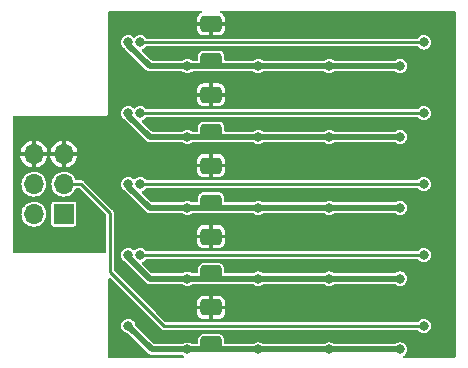
<source format=gbr>
%TF.GenerationSoftware,KiCad,Pcbnew,6.0.2-378541a8eb~116~ubuntu18.04.1*%
%TF.CreationDate,2022-03-16T16:53:27+09:00*%
%TF.ProjectId,led_a,6c65645f-612e-46b6-9963-61645f706362,rev?*%
%TF.SameCoordinates,Original*%
%TF.FileFunction,Copper,L2,Bot*%
%TF.FilePolarity,Positive*%
%FSLAX46Y46*%
G04 Gerber Fmt 4.6, Leading zero omitted, Abs format (unit mm)*
G04 Created by KiCad (PCBNEW 6.0.2-378541a8eb~116~ubuntu18.04.1) date 2022-03-16 16:53:27*
%MOMM*%
%LPD*%
G01*
G04 APERTURE LIST*
G04 Aperture macros list*
%AMRoundRect*
0 Rectangle with rounded corners*
0 $1 Rounding radius*
0 $2 $3 $4 $5 $6 $7 $8 $9 X,Y pos of 4 corners*
0 Add a 4 corners polygon primitive as box body*
4,1,4,$2,$3,$4,$5,$6,$7,$8,$9,$2,$3,0*
0 Add four circle primitives for the rounded corners*
1,1,$1+$1,$2,$3*
1,1,$1+$1,$4,$5*
1,1,$1+$1,$6,$7*
1,1,$1+$1,$8,$9*
0 Add four rect primitives between the rounded corners*
20,1,$1+$1,$2,$3,$4,$5,0*
20,1,$1+$1,$4,$5,$6,$7,0*
20,1,$1+$1,$6,$7,$8,$9,0*
20,1,$1+$1,$8,$9,$2,$3,0*%
G04 Aperture macros list end*
%TA.AperFunction,ComponentPad*%
%ADD10R,1.700000X1.700000*%
%TD*%
%TA.AperFunction,ComponentPad*%
%ADD11O,1.700000X1.700000*%
%TD*%
%TA.AperFunction,SMDPad,CuDef*%
%ADD12RoundRect,0.250000X0.650000X-0.412500X0.650000X0.412500X-0.650000X0.412500X-0.650000X-0.412500X0*%
%TD*%
%TA.AperFunction,ViaPad*%
%ADD13C,0.800000*%
%TD*%
%TA.AperFunction,Conductor*%
%ADD14C,0.500000*%
%TD*%
%TA.AperFunction,Conductor*%
%ADD15C,0.250000*%
%TD*%
G04 APERTURE END LIST*
D10*
%TO.P,J1,1,Pin_1*%
%TO.N,+5V*%
X86540000Y-57540000D03*
D11*
%TO.P,J1,2,Pin_2*%
X84000000Y-57540000D03*
%TO.P,J1,3,Pin_3*%
%TO.N,/SIG_OUT*%
X86540000Y-55000000D03*
%TO.P,J1,4,Pin_4*%
%TO.N,Net-(LD1-Pad4)*%
X84000000Y-55000000D03*
%TO.P,J1,5,Pin_5*%
%TO.N,GND*%
X86540000Y-52460000D03*
%TO.P,J1,6,Pin_6*%
X84000000Y-52460000D03*
%TD*%
D12*
%TO.P,C2,1*%
%TO.N,+5V*%
X99000000Y-50562500D03*
%TO.P,C2,2*%
%TO.N,GND*%
X99000000Y-47437500D03*
%TD*%
%TO.P,C4,1*%
%TO.N,+5V*%
X99000000Y-62562500D03*
%TO.P,C4,2*%
%TO.N,GND*%
X99000000Y-59437500D03*
%TD*%
%TO.P,C5,1*%
%TO.N,+5V*%
X99000000Y-68562500D03*
%TO.P,C5,2*%
%TO.N,GND*%
X99000000Y-65437500D03*
%TD*%
%TO.P,C3,1*%
%TO.N,+5V*%
X99000000Y-56562500D03*
%TO.P,C3,2*%
%TO.N,GND*%
X99000000Y-53437500D03*
%TD*%
%TO.P,C1,1*%
%TO.N,+5V*%
X99000000Y-44562500D03*
%TO.P,C1,2*%
%TO.N,GND*%
X99000000Y-41437500D03*
%TD*%
D13*
%TO.N,+5V*%
X97000000Y-51000000D03*
X92000000Y-49000000D03*
X103000000Y-45000000D03*
X92000000Y-61000000D03*
X103000000Y-51000000D03*
X109000000Y-57000000D03*
X97000000Y-45000000D03*
X115000000Y-51000000D03*
X97000000Y-69000000D03*
X109000000Y-63000000D03*
X97000000Y-57000000D03*
X92000000Y-67000000D03*
X103000000Y-57000000D03*
X115000000Y-45000000D03*
X115000000Y-57000000D03*
X92000000Y-43000000D03*
X109000000Y-69000000D03*
X109000000Y-51000000D03*
X109000000Y-45000000D03*
X115000000Y-69000000D03*
X103000000Y-69000000D03*
X92000000Y-55000000D03*
X97000000Y-63000000D03*
X103000000Y-63000000D03*
X115000000Y-63000000D03*
%TO.N,GND*%
X101000000Y-41000000D03*
X101000000Y-65000000D03*
X107000000Y-65000000D03*
X107000000Y-59000000D03*
X95000000Y-59000000D03*
X113000000Y-65000000D03*
X101000000Y-59000000D03*
X119000000Y-47000000D03*
X113000000Y-47000000D03*
X95000000Y-41000000D03*
X113000000Y-59000000D03*
X95000000Y-47000000D03*
X119000000Y-53000000D03*
X119000000Y-41000000D03*
X119000000Y-59000000D03*
X113000000Y-41000000D03*
X107000000Y-53000000D03*
X107000000Y-47000000D03*
X95000000Y-53000000D03*
X107000000Y-41000000D03*
X101000000Y-53000000D03*
X119000000Y-65000000D03*
X113000000Y-53000000D03*
X101000000Y-47000000D03*
%TO.N,/SIG1*%
X117000000Y-43000000D03*
X93000000Y-43000000D03*
%TO.N,/SIG2*%
X117000000Y-49000000D03*
X93000000Y-49000000D03*
%TO.N,/SIG3*%
X117000000Y-55000000D03*
X93000000Y-55000000D03*
%TO.N,/SIG4*%
X93000000Y-61000000D03*
X117000000Y-61000000D03*
%TO.N,/SIG_OUT*%
X117000000Y-67000000D03*
%TD*%
D14*
%TO.N,+5V*%
X93798609Y-45000000D02*
X97000000Y-45000000D01*
X92000000Y-61201391D02*
X92000000Y-61000000D01*
X92000000Y-49201391D02*
X92000000Y-49000000D01*
X93798609Y-63000000D02*
X92000000Y-61201391D01*
X115000000Y-69000000D02*
X94000000Y-69000000D01*
X93798609Y-57000000D02*
X92000000Y-55201391D01*
X115000000Y-51000000D02*
X93798609Y-51000000D01*
X92000000Y-43000000D02*
X92000000Y-43201391D01*
X92000000Y-43201391D02*
X93798609Y-45000000D01*
X93798609Y-51000000D02*
X92000000Y-49201391D01*
X97000000Y-45000000D02*
X115000000Y-45000000D01*
X115000000Y-63000000D02*
X93798609Y-63000000D01*
X92000000Y-55201391D02*
X92000000Y-55000000D01*
X115000000Y-57000000D02*
X93798609Y-57000000D01*
X94000000Y-69000000D02*
X92000000Y-67000000D01*
D15*
%TO.N,/SIG1*%
X117000000Y-43000000D02*
X93000000Y-43000000D01*
%TO.N,/SIG2*%
X117000000Y-49000000D02*
X93000000Y-49000000D01*
%TO.N,/SIG3*%
X117000000Y-55000000D02*
X93000000Y-55000000D01*
%TO.N,/SIG4*%
X117000000Y-61000000D02*
X93000000Y-61000000D01*
%TO.N,/SIG_OUT*%
X90425480Y-57440480D02*
X87985000Y-55000000D01*
X117000000Y-67000000D02*
X95000000Y-67000000D01*
X90425480Y-62425480D02*
X90425480Y-57440480D01*
X95000000Y-67000000D02*
X90425480Y-62425480D01*
X87985000Y-55000000D02*
X86540000Y-55000000D01*
%TD*%
%TA.AperFunction,Conductor*%
%TO.N,GND*%
G36*
X98226201Y-40318907D02*
G01*
X98262165Y-40368407D01*
X98262165Y-40429593D01*
X98226201Y-40479093D01*
X98204454Y-40491048D01*
X98083740Y-40538842D01*
X98072087Y-40545408D01*
X97962814Y-40628352D01*
X97953352Y-40637814D01*
X97870408Y-40747087D01*
X97863842Y-40758740D01*
X97813195Y-40886660D01*
X97810090Y-40898887D01*
X97800359Y-40979301D01*
X97800000Y-40985257D01*
X97800000Y-41271820D01*
X97804122Y-41284505D01*
X97808243Y-41287500D01*
X100184320Y-41287500D01*
X100197005Y-41283378D01*
X100200000Y-41279257D01*
X100200000Y-40985257D01*
X100199641Y-40979301D01*
X100189910Y-40898887D01*
X100186805Y-40886660D01*
X100136158Y-40758740D01*
X100129592Y-40747087D01*
X100046648Y-40637814D01*
X100037186Y-40628352D01*
X99927913Y-40545408D01*
X99916260Y-40538842D01*
X99795546Y-40491048D01*
X99748401Y-40452047D01*
X99733185Y-40392784D01*
X99755709Y-40335895D01*
X99807370Y-40303110D01*
X99831990Y-40300000D01*
X119601000Y-40300000D01*
X119659191Y-40318907D01*
X119695155Y-40368407D01*
X119700000Y-40399000D01*
X119700000Y-69601000D01*
X119681093Y-69659191D01*
X119631593Y-69695155D01*
X119601000Y-69700000D01*
X115365816Y-69700000D01*
X115307625Y-69681093D01*
X115271661Y-69631593D01*
X115271661Y-69570407D01*
X115305549Y-69522458D01*
X115398548Y-69451098D01*
X115428282Y-69428282D01*
X115524536Y-69302841D01*
X115585044Y-69156762D01*
X115605682Y-69000000D01*
X115585044Y-68843238D01*
X115524536Y-68697159D01*
X115428282Y-68571718D01*
X115302841Y-68475464D01*
X115156762Y-68414956D01*
X115000000Y-68394318D01*
X114843238Y-68414956D01*
X114697159Y-68475464D01*
X114692010Y-68479415D01*
X114627334Y-68529042D01*
X114567067Y-68549500D01*
X109432933Y-68549500D01*
X109372666Y-68529042D01*
X109307990Y-68479415D01*
X109302841Y-68475464D01*
X109156762Y-68414956D01*
X109000000Y-68394318D01*
X108843238Y-68414956D01*
X108697159Y-68475464D01*
X108692010Y-68479415D01*
X108627334Y-68529042D01*
X108567067Y-68549500D01*
X103432933Y-68549500D01*
X103372666Y-68529042D01*
X103307990Y-68479415D01*
X103302841Y-68475464D01*
X103156762Y-68414956D01*
X103000000Y-68394318D01*
X102843238Y-68414956D01*
X102697159Y-68475464D01*
X102692010Y-68479415D01*
X102627334Y-68529042D01*
X102567067Y-68549500D01*
X100199500Y-68549500D01*
X100141309Y-68530593D01*
X100105345Y-68481093D01*
X100100500Y-68450500D01*
X100100500Y-68096166D01*
X100097519Y-68064631D01*
X100052634Y-67936816D01*
X99972150Y-67827850D01*
X99863184Y-67747366D01*
X99735369Y-67702481D01*
X99729362Y-67701913D01*
X99729361Y-67701913D01*
X99706145Y-67699718D01*
X99706135Y-67699718D01*
X99703834Y-67699500D01*
X98296166Y-67699500D01*
X98293865Y-67699718D01*
X98293855Y-67699718D01*
X98270639Y-67701913D01*
X98270638Y-67701913D01*
X98264631Y-67702481D01*
X98136816Y-67747366D01*
X98027850Y-67827850D01*
X97947366Y-67936816D01*
X97902481Y-68064631D01*
X97899500Y-68096166D01*
X97899500Y-68450500D01*
X97880593Y-68508691D01*
X97831093Y-68544655D01*
X97800500Y-68549500D01*
X97432933Y-68549500D01*
X97372666Y-68529042D01*
X97307990Y-68479415D01*
X97302841Y-68475464D01*
X97156762Y-68414956D01*
X97000000Y-68394318D01*
X96843238Y-68414956D01*
X96697159Y-68475464D01*
X96692010Y-68479415D01*
X96627334Y-68529042D01*
X96567067Y-68549500D01*
X94227611Y-68549500D01*
X94169420Y-68530593D01*
X94157607Y-68520504D01*
X92624680Y-66987577D01*
X92596531Y-66930494D01*
X92585891Y-66849675D01*
X92585891Y-66849674D01*
X92585044Y-66843238D01*
X92524536Y-66697159D01*
X92428282Y-66571718D01*
X92302841Y-66475464D01*
X92156762Y-66414956D01*
X92020410Y-66397005D01*
X92006434Y-66395165D01*
X92000000Y-66394318D01*
X91993566Y-66395165D01*
X91979590Y-66397005D01*
X91843238Y-66414956D01*
X91697159Y-66475464D01*
X91571718Y-66571718D01*
X91475464Y-66697159D01*
X91414956Y-66843238D01*
X91414109Y-66849674D01*
X91395954Y-66987577D01*
X91394318Y-67000000D01*
X91414956Y-67156762D01*
X91475464Y-67302841D01*
X91571718Y-67428282D01*
X91697159Y-67524536D01*
X91843238Y-67585044D01*
X91930495Y-67596531D01*
X91987577Y-67624680D01*
X93658381Y-69295484D01*
X93666122Y-69304196D01*
X93688128Y-69332110D01*
X93694215Y-69336317D01*
X93736741Y-69365708D01*
X93739272Y-69367517D01*
X93780861Y-69398236D01*
X93780863Y-69398237D01*
X93786816Y-69402634D01*
X93793632Y-69405027D01*
X93799569Y-69409131D01*
X93806628Y-69411364D01*
X93806629Y-69411364D01*
X93826973Y-69417798D01*
X93855929Y-69426956D01*
X93858814Y-69427918D01*
X93914631Y-69447519D01*
X93920673Y-69447756D01*
X93923347Y-69448277D01*
X93928730Y-69449980D01*
X93935337Y-69450500D01*
X93988541Y-69450500D01*
X93992428Y-69450576D01*
X94042603Y-69452548D01*
X94042606Y-69452548D01*
X94049994Y-69452838D01*
X94056772Y-69451041D01*
X94066597Y-69450500D01*
X96567067Y-69450500D01*
X96627334Y-69470958D01*
X96694451Y-69522458D01*
X96729107Y-69572882D01*
X96727506Y-69634046D01*
X96690259Y-69682588D01*
X96634184Y-69700000D01*
X90399000Y-69700000D01*
X90340809Y-69681093D01*
X90304845Y-69631593D01*
X90300000Y-69601000D01*
X90300000Y-62999334D01*
X90318907Y-62941143D01*
X90368407Y-62905179D01*
X90429593Y-62905179D01*
X90469004Y-62929330D01*
X94756735Y-67217061D01*
X94762571Y-67223430D01*
X94787545Y-67253194D01*
X94821219Y-67272636D01*
X94828475Y-67277259D01*
X94860316Y-67299554D01*
X94868678Y-67301795D01*
X94873960Y-67304258D01*
X94879454Y-67306257D01*
X94886955Y-67310588D01*
X94925228Y-67317337D01*
X94933656Y-67319206D01*
X94962827Y-67327022D01*
X94962830Y-67327022D01*
X94971193Y-67329263D01*
X95009896Y-67325877D01*
X95018525Y-67325500D01*
X116444030Y-67325500D01*
X116502221Y-67344407D01*
X116522571Y-67364232D01*
X116571718Y-67428282D01*
X116697159Y-67524536D01*
X116843238Y-67585044D01*
X117000000Y-67605682D01*
X117156762Y-67585044D01*
X117302841Y-67524536D01*
X117428282Y-67428282D01*
X117524536Y-67302841D01*
X117585044Y-67156762D01*
X117605682Y-67000000D01*
X117604047Y-66987577D01*
X117585891Y-66849674D01*
X117585044Y-66843238D01*
X117524536Y-66697159D01*
X117428282Y-66571718D01*
X117302841Y-66475464D01*
X117156762Y-66414956D01*
X117020410Y-66397005D01*
X117006434Y-66395165D01*
X117000000Y-66394318D01*
X116993566Y-66395165D01*
X116979590Y-66397005D01*
X116843238Y-66414956D01*
X116697159Y-66475464D01*
X116571718Y-66571718D01*
X116567764Y-66576871D01*
X116522572Y-66635767D01*
X116472148Y-66670423D01*
X116444030Y-66674500D01*
X95175835Y-66674500D01*
X95117644Y-66655593D01*
X95105831Y-66645504D01*
X94350070Y-65889743D01*
X97800000Y-65889743D01*
X97800359Y-65895699D01*
X97810090Y-65976113D01*
X97813195Y-65988340D01*
X97863842Y-66116260D01*
X97870408Y-66127913D01*
X97953352Y-66237186D01*
X97962814Y-66246648D01*
X98072087Y-66329592D01*
X98083740Y-66336158D01*
X98211660Y-66386805D01*
X98223887Y-66389910D01*
X98304301Y-66399641D01*
X98310257Y-66400000D01*
X98834320Y-66400000D01*
X98847005Y-66395878D01*
X98850000Y-66391757D01*
X98850000Y-66384320D01*
X99150000Y-66384320D01*
X99154122Y-66397005D01*
X99158243Y-66400000D01*
X99689743Y-66400000D01*
X99695699Y-66399641D01*
X99776113Y-66389910D01*
X99788340Y-66386805D01*
X99916260Y-66336158D01*
X99927913Y-66329592D01*
X100037186Y-66246648D01*
X100046648Y-66237186D01*
X100129592Y-66127913D01*
X100136158Y-66116260D01*
X100186805Y-65988340D01*
X100189910Y-65976113D01*
X100199641Y-65895699D01*
X100200000Y-65889743D01*
X100200000Y-65603180D01*
X100195878Y-65590495D01*
X100191757Y-65587500D01*
X99165680Y-65587500D01*
X99152995Y-65591622D01*
X99150000Y-65595743D01*
X99150000Y-66384320D01*
X98850000Y-66384320D01*
X98850000Y-65603180D01*
X98845878Y-65590495D01*
X98841757Y-65587500D01*
X97815680Y-65587500D01*
X97802995Y-65591622D01*
X97800000Y-65595743D01*
X97800000Y-65889743D01*
X94350070Y-65889743D01*
X93732147Y-65271820D01*
X97800000Y-65271820D01*
X97804122Y-65284505D01*
X97808243Y-65287500D01*
X98834320Y-65287500D01*
X98847005Y-65283378D01*
X98850000Y-65279257D01*
X98850000Y-65271820D01*
X99150000Y-65271820D01*
X99154122Y-65284505D01*
X99158243Y-65287500D01*
X100184320Y-65287500D01*
X100197005Y-65283378D01*
X100200000Y-65279257D01*
X100200000Y-64985257D01*
X100199641Y-64979301D01*
X100189910Y-64898887D01*
X100186805Y-64886660D01*
X100136158Y-64758740D01*
X100129592Y-64747087D01*
X100046648Y-64637814D01*
X100037186Y-64628352D01*
X99927913Y-64545408D01*
X99916260Y-64538842D01*
X99788340Y-64488195D01*
X99776113Y-64485090D01*
X99695699Y-64475359D01*
X99689743Y-64475000D01*
X99165680Y-64475000D01*
X99152995Y-64479122D01*
X99150000Y-64483243D01*
X99150000Y-65271820D01*
X98850000Y-65271820D01*
X98850000Y-64490680D01*
X98845878Y-64477995D01*
X98841757Y-64475000D01*
X98310257Y-64475000D01*
X98304301Y-64475359D01*
X98223887Y-64485090D01*
X98211660Y-64488195D01*
X98083740Y-64538842D01*
X98072087Y-64545408D01*
X97962814Y-64628352D01*
X97953352Y-64637814D01*
X97870408Y-64747087D01*
X97863842Y-64758740D01*
X97813195Y-64886660D01*
X97810090Y-64898887D01*
X97800359Y-64979301D01*
X97800000Y-64985257D01*
X97800000Y-65271820D01*
X93732147Y-65271820D01*
X90779976Y-62319650D01*
X90752199Y-62265133D01*
X90750980Y-62249646D01*
X90750980Y-61000000D01*
X91394318Y-61000000D01*
X91414956Y-61156762D01*
X91475464Y-61302841D01*
X91571718Y-61428282D01*
X91576871Y-61432236D01*
X91644227Y-61483920D01*
X91653964Y-61492458D01*
X91673357Y-61511851D01*
X91676051Y-61514654D01*
X91710124Y-61551515D01*
X91710127Y-61551517D01*
X91715146Y-61556947D01*
X91721210Y-61560469D01*
X91728535Y-61567029D01*
X93456990Y-63295484D01*
X93464731Y-63304196D01*
X93486737Y-63332110D01*
X93492824Y-63336317D01*
X93535350Y-63365708D01*
X93537881Y-63367517D01*
X93579470Y-63398236D01*
X93579472Y-63398237D01*
X93585425Y-63402634D01*
X93592241Y-63405027D01*
X93598178Y-63409131D01*
X93605237Y-63411364D01*
X93605238Y-63411364D01*
X93625582Y-63417798D01*
X93654538Y-63426956D01*
X93657423Y-63427918D01*
X93713240Y-63447519D01*
X93719282Y-63447756D01*
X93721956Y-63448277D01*
X93727339Y-63449980D01*
X93733946Y-63450500D01*
X93787150Y-63450500D01*
X93791037Y-63450576D01*
X93848603Y-63452838D01*
X93855382Y-63451041D01*
X93865202Y-63450500D01*
X96567067Y-63450500D01*
X96627335Y-63470958D01*
X96697159Y-63524536D01*
X96843238Y-63585044D01*
X97000000Y-63605682D01*
X97156762Y-63585044D01*
X97302841Y-63524536D01*
X97372665Y-63470958D01*
X97432933Y-63450500D01*
X102567067Y-63450500D01*
X102627335Y-63470958D01*
X102697159Y-63524536D01*
X102843238Y-63585044D01*
X103000000Y-63605682D01*
X103156762Y-63585044D01*
X103302841Y-63524536D01*
X103372665Y-63470958D01*
X103432933Y-63450500D01*
X108567067Y-63450500D01*
X108627335Y-63470958D01*
X108697159Y-63524536D01*
X108843238Y-63585044D01*
X109000000Y-63605682D01*
X109156762Y-63585044D01*
X109302841Y-63524536D01*
X109372665Y-63470958D01*
X109432933Y-63450500D01*
X114567067Y-63450500D01*
X114627335Y-63470958D01*
X114697159Y-63524536D01*
X114843238Y-63585044D01*
X115000000Y-63605682D01*
X115156762Y-63585044D01*
X115302841Y-63524536D01*
X115428282Y-63428282D01*
X115524536Y-63302841D01*
X115585044Y-63156762D01*
X115605682Y-63000000D01*
X115585044Y-62843238D01*
X115524536Y-62697159D01*
X115428282Y-62571718D01*
X115302841Y-62475464D01*
X115156762Y-62414956D01*
X115000000Y-62394318D01*
X114843238Y-62414956D01*
X114697159Y-62475464D01*
X114692010Y-62479415D01*
X114627334Y-62529042D01*
X114567067Y-62549500D01*
X109432933Y-62549500D01*
X109372666Y-62529042D01*
X109307990Y-62479415D01*
X109302841Y-62475464D01*
X109156762Y-62414956D01*
X109000000Y-62394318D01*
X108843238Y-62414956D01*
X108697159Y-62475464D01*
X108692010Y-62479415D01*
X108627334Y-62529042D01*
X108567067Y-62549500D01*
X103432933Y-62549500D01*
X103372666Y-62529042D01*
X103307990Y-62479415D01*
X103302841Y-62475464D01*
X103156762Y-62414956D01*
X103000000Y-62394318D01*
X102843238Y-62414956D01*
X102697159Y-62475464D01*
X102692010Y-62479415D01*
X102627334Y-62529042D01*
X102567067Y-62549500D01*
X100199500Y-62549500D01*
X100141309Y-62530593D01*
X100105345Y-62481093D01*
X100100500Y-62450500D01*
X100100500Y-62096166D01*
X100097519Y-62064631D01*
X100052634Y-61936816D01*
X99972150Y-61827850D01*
X99863184Y-61747366D01*
X99735369Y-61702481D01*
X99729362Y-61701913D01*
X99729361Y-61701913D01*
X99706145Y-61699718D01*
X99706135Y-61699718D01*
X99703834Y-61699500D01*
X98296166Y-61699500D01*
X98293865Y-61699718D01*
X98293855Y-61699718D01*
X98270639Y-61701913D01*
X98270638Y-61701913D01*
X98264631Y-61702481D01*
X98136816Y-61747366D01*
X98027850Y-61827850D01*
X97947366Y-61936816D01*
X97902481Y-62064631D01*
X97899500Y-62096166D01*
X97899500Y-62450500D01*
X97880593Y-62508691D01*
X97831093Y-62544655D01*
X97800500Y-62549500D01*
X97432933Y-62549500D01*
X97372666Y-62529042D01*
X97307990Y-62479415D01*
X97302841Y-62475464D01*
X97156762Y-62414956D01*
X97000000Y-62394318D01*
X96843238Y-62414956D01*
X96697159Y-62475464D01*
X96692010Y-62479415D01*
X96627334Y-62529042D01*
X96567067Y-62549500D01*
X94026220Y-62549500D01*
X93968029Y-62530593D01*
X93956216Y-62520504D01*
X93165359Y-61729647D01*
X93137582Y-61675130D01*
X93147153Y-61614698D01*
X93190418Y-61571433D01*
X93197471Y-61568182D01*
X93302841Y-61524536D01*
X93428282Y-61428282D01*
X93477429Y-61364233D01*
X93527852Y-61329577D01*
X93555970Y-61325500D01*
X116444030Y-61325500D01*
X116502221Y-61344407D01*
X116522571Y-61364232D01*
X116571718Y-61428282D01*
X116697159Y-61524536D01*
X116843238Y-61585044D01*
X117000000Y-61605682D01*
X117156762Y-61585044D01*
X117302841Y-61524536D01*
X117428282Y-61428282D01*
X117524536Y-61302841D01*
X117585044Y-61156762D01*
X117605682Y-61000000D01*
X117585044Y-60843238D01*
X117524536Y-60697159D01*
X117428282Y-60571718D01*
X117302841Y-60475464D01*
X117156762Y-60414956D01*
X117020410Y-60397005D01*
X117006434Y-60395165D01*
X117000000Y-60394318D01*
X116993566Y-60395165D01*
X116979590Y-60397005D01*
X116843238Y-60414956D01*
X116697159Y-60475464D01*
X116571718Y-60571718D01*
X116567764Y-60576871D01*
X116522572Y-60635767D01*
X116472148Y-60670423D01*
X116444030Y-60674500D01*
X93555970Y-60674500D01*
X93497779Y-60655593D01*
X93477428Y-60635767D01*
X93432236Y-60576871D01*
X93428282Y-60571718D01*
X93302841Y-60475464D01*
X93156762Y-60414956D01*
X93020410Y-60397005D01*
X93006434Y-60395165D01*
X93000000Y-60394318D01*
X92993566Y-60395165D01*
X92979590Y-60397005D01*
X92843238Y-60414956D01*
X92697159Y-60475464D01*
X92571718Y-60571718D01*
X92569148Y-60575067D01*
X92515487Y-60602408D01*
X92455055Y-60592837D01*
X92431174Y-60575487D01*
X92428282Y-60571718D01*
X92302841Y-60475464D01*
X92156762Y-60414956D01*
X92020410Y-60397005D01*
X92006434Y-60395165D01*
X92000000Y-60394318D01*
X91993566Y-60395165D01*
X91979590Y-60397005D01*
X91843238Y-60414956D01*
X91697159Y-60475464D01*
X91571718Y-60571718D01*
X91475464Y-60697159D01*
X91414956Y-60843238D01*
X91394318Y-61000000D01*
X90750980Y-61000000D01*
X90750980Y-59889743D01*
X97800000Y-59889743D01*
X97800359Y-59895699D01*
X97810090Y-59976113D01*
X97813195Y-59988340D01*
X97863842Y-60116260D01*
X97870408Y-60127913D01*
X97953352Y-60237186D01*
X97962814Y-60246648D01*
X98072087Y-60329592D01*
X98083740Y-60336158D01*
X98211660Y-60386805D01*
X98223887Y-60389910D01*
X98304301Y-60399641D01*
X98310257Y-60400000D01*
X98834320Y-60400000D01*
X98847005Y-60395878D01*
X98850000Y-60391757D01*
X98850000Y-60384320D01*
X99150000Y-60384320D01*
X99154122Y-60397005D01*
X99158243Y-60400000D01*
X99689743Y-60400000D01*
X99695699Y-60399641D01*
X99776113Y-60389910D01*
X99788340Y-60386805D01*
X99916260Y-60336158D01*
X99927913Y-60329592D01*
X100037186Y-60246648D01*
X100046648Y-60237186D01*
X100129592Y-60127913D01*
X100136158Y-60116260D01*
X100186805Y-59988340D01*
X100189910Y-59976113D01*
X100199641Y-59895699D01*
X100200000Y-59889743D01*
X100200000Y-59603180D01*
X100195878Y-59590495D01*
X100191757Y-59587500D01*
X99165680Y-59587500D01*
X99152995Y-59591622D01*
X99150000Y-59595743D01*
X99150000Y-60384320D01*
X98850000Y-60384320D01*
X98850000Y-59603180D01*
X98845878Y-59590495D01*
X98841757Y-59587500D01*
X97815680Y-59587500D01*
X97802995Y-59591622D01*
X97800000Y-59595743D01*
X97800000Y-59889743D01*
X90750980Y-59889743D01*
X90750980Y-59271820D01*
X97800000Y-59271820D01*
X97804122Y-59284505D01*
X97808243Y-59287500D01*
X98834320Y-59287500D01*
X98847005Y-59283378D01*
X98850000Y-59279257D01*
X98850000Y-59271820D01*
X99150000Y-59271820D01*
X99154122Y-59284505D01*
X99158243Y-59287500D01*
X100184320Y-59287500D01*
X100197005Y-59283378D01*
X100200000Y-59279257D01*
X100200000Y-58985257D01*
X100199641Y-58979301D01*
X100189910Y-58898887D01*
X100186805Y-58886660D01*
X100136158Y-58758740D01*
X100129592Y-58747087D01*
X100046648Y-58637814D01*
X100037186Y-58628352D01*
X99927913Y-58545408D01*
X99916260Y-58538842D01*
X99788340Y-58488195D01*
X99776113Y-58485090D01*
X99695699Y-58475359D01*
X99689743Y-58475000D01*
X99165680Y-58475000D01*
X99152995Y-58479122D01*
X99150000Y-58483243D01*
X99150000Y-59271820D01*
X98850000Y-59271820D01*
X98850000Y-58490680D01*
X98845878Y-58477995D01*
X98841757Y-58475000D01*
X98310257Y-58475000D01*
X98304301Y-58475359D01*
X98223887Y-58485090D01*
X98211660Y-58488195D01*
X98083740Y-58538842D01*
X98072087Y-58545408D01*
X97962814Y-58628352D01*
X97953352Y-58637814D01*
X97870408Y-58747087D01*
X97863842Y-58758740D01*
X97813195Y-58886660D01*
X97810090Y-58898887D01*
X97800359Y-58979301D01*
X97800000Y-58985257D01*
X97800000Y-59271820D01*
X90750980Y-59271820D01*
X90750980Y-57459014D01*
X90751357Y-57450385D01*
X90753989Y-57420302D01*
X90754744Y-57411673D01*
X90744684Y-57374130D01*
X90742814Y-57365696D01*
X90737572Y-57335963D01*
X90737571Y-57335961D01*
X90736068Y-57327435D01*
X90731738Y-57319936D01*
X90729742Y-57314451D01*
X90727276Y-57309164D01*
X90725034Y-57300796D01*
X90702748Y-57268969D01*
X90698107Y-57261685D01*
X90683003Y-57235524D01*
X90678674Y-57228025D01*
X90648909Y-57203049D01*
X90642541Y-57197215D01*
X88445326Y-55000000D01*
X91394318Y-55000000D01*
X91414956Y-55156762D01*
X91475464Y-55302841D01*
X91571718Y-55428282D01*
X91576871Y-55432236D01*
X91644227Y-55483920D01*
X91653964Y-55492458D01*
X91673357Y-55511851D01*
X91676051Y-55514654D01*
X91710124Y-55551515D01*
X91710127Y-55551517D01*
X91715146Y-55556947D01*
X91721210Y-55560469D01*
X91728535Y-55567029D01*
X93456990Y-57295484D01*
X93464731Y-57304196D01*
X93486737Y-57332110D01*
X93535333Y-57365696D01*
X93535350Y-57365708D01*
X93537881Y-57367517D01*
X93579470Y-57398236D01*
X93579472Y-57398237D01*
X93585425Y-57402634D01*
X93592241Y-57405027D01*
X93598178Y-57409131D01*
X93605237Y-57411364D01*
X93605238Y-57411364D01*
X93625582Y-57417798D01*
X93654538Y-57426956D01*
X93657423Y-57427918D01*
X93713240Y-57447519D01*
X93719282Y-57447756D01*
X93721956Y-57448277D01*
X93727339Y-57449980D01*
X93733946Y-57450500D01*
X93787150Y-57450500D01*
X93791037Y-57450576D01*
X93848603Y-57452838D01*
X93855382Y-57451041D01*
X93865202Y-57450500D01*
X96567067Y-57450500D01*
X96627335Y-57470958D01*
X96697159Y-57524536D01*
X96843238Y-57585044D01*
X97000000Y-57605682D01*
X97156762Y-57585044D01*
X97302841Y-57524536D01*
X97372665Y-57470958D01*
X97432933Y-57450500D01*
X102567067Y-57450500D01*
X102627335Y-57470958D01*
X102697159Y-57524536D01*
X102843238Y-57585044D01*
X103000000Y-57605682D01*
X103156762Y-57585044D01*
X103302841Y-57524536D01*
X103372665Y-57470958D01*
X103432933Y-57450500D01*
X108567067Y-57450500D01*
X108627335Y-57470958D01*
X108697159Y-57524536D01*
X108843238Y-57585044D01*
X109000000Y-57605682D01*
X109156762Y-57585044D01*
X109302841Y-57524536D01*
X109372665Y-57470958D01*
X109432933Y-57450500D01*
X114567067Y-57450500D01*
X114627335Y-57470958D01*
X114697159Y-57524536D01*
X114843238Y-57585044D01*
X115000000Y-57605682D01*
X115156762Y-57585044D01*
X115302841Y-57524536D01*
X115428282Y-57428282D01*
X115524536Y-57302841D01*
X115585044Y-57156762D01*
X115605682Y-57000000D01*
X115585044Y-56843238D01*
X115524536Y-56697159D01*
X115428282Y-56571718D01*
X115302841Y-56475464D01*
X115156762Y-56414956D01*
X115000000Y-56394318D01*
X114843238Y-56414956D01*
X114697159Y-56475464D01*
X114692010Y-56479415D01*
X114627334Y-56529042D01*
X114567067Y-56549500D01*
X109432933Y-56549500D01*
X109372666Y-56529042D01*
X109307990Y-56479415D01*
X109302841Y-56475464D01*
X109156762Y-56414956D01*
X109000000Y-56394318D01*
X108843238Y-56414956D01*
X108697159Y-56475464D01*
X108692010Y-56479415D01*
X108627334Y-56529042D01*
X108567067Y-56549500D01*
X103432933Y-56549500D01*
X103372666Y-56529042D01*
X103307990Y-56479415D01*
X103302841Y-56475464D01*
X103156762Y-56414956D01*
X103000000Y-56394318D01*
X102843238Y-56414956D01*
X102697159Y-56475464D01*
X102692010Y-56479415D01*
X102627334Y-56529042D01*
X102567067Y-56549500D01*
X100199500Y-56549500D01*
X100141309Y-56530593D01*
X100105345Y-56481093D01*
X100100500Y-56450500D01*
X100100500Y-56096166D01*
X100097519Y-56064631D01*
X100052634Y-55936816D01*
X100000913Y-55866791D01*
X99976550Y-55833807D01*
X99972150Y-55827850D01*
X99863184Y-55747366D01*
X99735369Y-55702481D01*
X99729362Y-55701913D01*
X99729361Y-55701913D01*
X99706145Y-55699718D01*
X99706135Y-55699718D01*
X99703834Y-55699500D01*
X98296166Y-55699500D01*
X98293865Y-55699718D01*
X98293855Y-55699718D01*
X98270639Y-55701913D01*
X98270638Y-55701913D01*
X98264631Y-55702481D01*
X98136816Y-55747366D01*
X98027850Y-55827850D01*
X98023450Y-55833807D01*
X97999088Y-55866791D01*
X97947366Y-55936816D01*
X97902481Y-56064631D01*
X97899500Y-56096166D01*
X97899500Y-56450500D01*
X97880593Y-56508691D01*
X97831093Y-56544655D01*
X97800500Y-56549500D01*
X97432933Y-56549500D01*
X97372666Y-56529042D01*
X97307990Y-56479415D01*
X97302841Y-56475464D01*
X97156762Y-56414956D01*
X97000000Y-56394318D01*
X96843238Y-56414956D01*
X96697159Y-56475464D01*
X96692010Y-56479415D01*
X96627334Y-56529042D01*
X96567067Y-56549500D01*
X94026220Y-56549500D01*
X93968029Y-56530593D01*
X93956216Y-56520504D01*
X93165359Y-55729647D01*
X93137582Y-55675130D01*
X93147153Y-55614698D01*
X93190418Y-55571433D01*
X93197471Y-55568182D01*
X93302841Y-55524536D01*
X93428282Y-55428282D01*
X93477429Y-55364233D01*
X93527852Y-55329577D01*
X93555970Y-55325500D01*
X116444030Y-55325500D01*
X116502221Y-55344407D01*
X116522571Y-55364232D01*
X116571718Y-55428282D01*
X116697159Y-55524536D01*
X116843238Y-55585044D01*
X117000000Y-55605682D01*
X117156762Y-55585044D01*
X117302841Y-55524536D01*
X117428282Y-55428282D01*
X117524536Y-55302841D01*
X117585044Y-55156762D01*
X117605682Y-55000000D01*
X117585044Y-54843238D01*
X117524536Y-54697159D01*
X117428282Y-54571718D01*
X117302841Y-54475464D01*
X117185046Y-54426671D01*
X117162759Y-54417440D01*
X117156762Y-54414956D01*
X117020410Y-54397005D01*
X117006434Y-54395165D01*
X117000000Y-54394318D01*
X116993566Y-54395165D01*
X116979590Y-54397005D01*
X116843238Y-54414956D01*
X116837241Y-54417440D01*
X116814954Y-54426671D01*
X116697159Y-54475464D01*
X116571718Y-54571718D01*
X116544754Y-54606859D01*
X116522572Y-54635767D01*
X116472148Y-54670423D01*
X116444030Y-54674500D01*
X93555970Y-54674500D01*
X93497779Y-54655593D01*
X93477428Y-54635767D01*
X93455247Y-54606859D01*
X93428282Y-54571718D01*
X93302841Y-54475464D01*
X93185046Y-54426671D01*
X93162759Y-54417440D01*
X93156762Y-54414956D01*
X93020410Y-54397005D01*
X93006434Y-54395165D01*
X93000000Y-54394318D01*
X92993566Y-54395165D01*
X92979590Y-54397005D01*
X92843238Y-54414956D01*
X92837241Y-54417440D01*
X92814954Y-54426671D01*
X92697159Y-54475464D01*
X92571718Y-54571718D01*
X92569148Y-54575067D01*
X92515487Y-54602408D01*
X92455055Y-54592837D01*
X92431174Y-54575487D01*
X92428282Y-54571718D01*
X92302841Y-54475464D01*
X92185046Y-54426671D01*
X92162759Y-54417440D01*
X92156762Y-54414956D01*
X92020410Y-54397005D01*
X92006434Y-54395165D01*
X92000000Y-54394318D01*
X91993566Y-54395165D01*
X91979590Y-54397005D01*
X91843238Y-54414956D01*
X91837241Y-54417440D01*
X91814954Y-54426671D01*
X91697159Y-54475464D01*
X91571718Y-54571718D01*
X91475464Y-54697159D01*
X91414956Y-54843238D01*
X91394318Y-55000000D01*
X88445326Y-55000000D01*
X88228269Y-54782943D01*
X88222434Y-54776575D01*
X88221882Y-54775917D01*
X88197455Y-54746806D01*
X88163792Y-54727371D01*
X88156511Y-54722732D01*
X88154056Y-54721013D01*
X88124684Y-54700446D01*
X88116316Y-54698204D01*
X88111029Y-54695738D01*
X88105544Y-54693742D01*
X88098045Y-54689412D01*
X88089519Y-54687909D01*
X88089517Y-54687908D01*
X88059784Y-54682666D01*
X88051349Y-54680796D01*
X88022174Y-54672978D01*
X88013807Y-54670736D01*
X88005178Y-54671491D01*
X87975095Y-54674123D01*
X87966466Y-54674500D01*
X87612631Y-54674500D01*
X87554440Y-54655593D01*
X87519665Y-54606659D01*
X87519179Y-54606859D01*
X87518312Y-54604756D01*
X87517857Y-54604116D01*
X87515935Y-54597749D01*
X87419218Y-54415849D01*
X87289011Y-54256200D01*
X87130275Y-54124882D01*
X86949055Y-54026897D01*
X86885855Y-54007333D01*
X86756875Y-53967407D01*
X86756871Y-53967406D01*
X86752254Y-53965977D01*
X86747446Y-53965472D01*
X86747443Y-53965471D01*
X86552185Y-53944949D01*
X86552183Y-53944949D01*
X86547369Y-53944443D01*
X86487354Y-53949905D01*
X86347022Y-53962675D01*
X86347017Y-53962676D01*
X86342203Y-53963114D01*
X86144572Y-54021280D01*
X86140288Y-54023519D01*
X86140287Y-54023520D01*
X86129428Y-54029197D01*
X85962002Y-54116726D01*
X85958231Y-54119758D01*
X85805220Y-54242781D01*
X85805217Y-54242783D01*
X85801447Y-54245815D01*
X85798333Y-54249526D01*
X85798332Y-54249527D01*
X85675529Y-54395878D01*
X85669024Y-54403630D01*
X85666689Y-54407878D01*
X85666688Y-54407879D01*
X85661432Y-54417440D01*
X85569776Y-54584162D01*
X85568313Y-54588775D01*
X85568311Y-54588779D01*
X85542313Y-54670736D01*
X85507484Y-54780532D01*
X85506944Y-54785344D01*
X85506944Y-54785345D01*
X85499729Y-54849674D01*
X85484520Y-54985262D01*
X85501759Y-55190553D01*
X85558544Y-55388586D01*
X85652712Y-55571818D01*
X85780677Y-55733270D01*
X85784357Y-55736402D01*
X85784359Y-55736404D01*
X85886638Y-55823450D01*
X85937564Y-55866791D01*
X85941787Y-55869151D01*
X85941791Y-55869154D01*
X85981342Y-55891258D01*
X86117398Y-55967297D01*
X86121996Y-55968791D01*
X86308724Y-56029463D01*
X86308726Y-56029464D01*
X86313329Y-56030959D01*
X86517894Y-56055351D01*
X86522716Y-56054980D01*
X86522719Y-56054980D01*
X86590541Y-56049761D01*
X86723300Y-56039546D01*
X86921725Y-55984145D01*
X86926038Y-55981966D01*
X86926044Y-55981964D01*
X87101289Y-55893441D01*
X87101291Y-55893440D01*
X87105610Y-55891258D01*
X87140943Y-55863653D01*
X87264135Y-55767406D01*
X87264139Y-55767402D01*
X87267951Y-55764424D01*
X87278881Y-55751762D01*
X87345027Y-55675130D01*
X87402564Y-55608472D01*
X87421231Y-55575613D01*
X87501934Y-55433550D01*
X87501935Y-55433547D01*
X87504323Y-55429344D01*
X87505850Y-55424755D01*
X87505851Y-55424753D01*
X87516329Y-55393252D01*
X87552637Y-55344004D01*
X87610268Y-55325500D01*
X87809166Y-55325500D01*
X87867357Y-55344407D01*
X87879170Y-55354496D01*
X90070984Y-57546310D01*
X90098761Y-57600827D01*
X90099980Y-57616314D01*
X90099980Y-60701000D01*
X90081073Y-60759191D01*
X90031573Y-60795155D01*
X90000980Y-60800000D01*
X82299000Y-60800000D01*
X82240809Y-60781093D01*
X82204845Y-60731593D01*
X82200000Y-60701000D01*
X82200000Y-57525262D01*
X82944520Y-57525262D01*
X82961759Y-57730553D01*
X83018544Y-57928586D01*
X83112712Y-58111818D01*
X83240677Y-58273270D01*
X83244357Y-58276402D01*
X83244359Y-58276404D01*
X83357017Y-58372283D01*
X83397564Y-58406791D01*
X83401787Y-58409151D01*
X83401791Y-58409154D01*
X83441342Y-58431258D01*
X83577398Y-58507297D01*
X83581996Y-58508791D01*
X83768724Y-58569463D01*
X83768726Y-58569464D01*
X83773329Y-58570959D01*
X83977894Y-58595351D01*
X83982716Y-58594980D01*
X83982719Y-58594980D01*
X84053259Y-58589552D01*
X84183300Y-58579546D01*
X84381725Y-58524145D01*
X84386038Y-58521966D01*
X84386044Y-58521964D01*
X84561289Y-58433441D01*
X84561291Y-58433440D01*
X84565610Y-58431258D01*
X84593142Y-58409748D01*
X85489500Y-58409748D01*
X85501133Y-58468231D01*
X85545448Y-58534552D01*
X85611769Y-58578867D01*
X85621332Y-58580769D01*
X85621334Y-58580770D01*
X85644005Y-58585279D01*
X85670252Y-58590500D01*
X87409748Y-58590500D01*
X87435995Y-58585279D01*
X87458666Y-58580770D01*
X87458668Y-58580769D01*
X87468231Y-58578867D01*
X87534552Y-58534552D01*
X87578867Y-58468231D01*
X87590500Y-58409748D01*
X87590500Y-56670252D01*
X87578867Y-56611769D01*
X87534552Y-56545448D01*
X87468231Y-56501133D01*
X87458668Y-56499231D01*
X87458666Y-56499230D01*
X87435995Y-56494721D01*
X87409748Y-56489500D01*
X85670252Y-56489500D01*
X85644005Y-56494721D01*
X85621334Y-56499230D01*
X85621332Y-56499231D01*
X85611769Y-56501133D01*
X85545448Y-56545448D01*
X85501133Y-56611769D01*
X85489500Y-56670252D01*
X85489500Y-58409748D01*
X84593142Y-58409748D01*
X84600943Y-58403653D01*
X84724135Y-58307406D01*
X84724139Y-58307402D01*
X84727951Y-58304424D01*
X84862564Y-58148472D01*
X84881231Y-58115613D01*
X84961934Y-57973550D01*
X84961935Y-57973547D01*
X84964323Y-57969344D01*
X84977882Y-57928586D01*
X85027824Y-57778454D01*
X85027824Y-57778452D01*
X85029351Y-57773863D01*
X85055171Y-57569474D01*
X85055583Y-57540000D01*
X85054067Y-57524536D01*
X85035952Y-57339780D01*
X85035951Y-57339776D01*
X85035480Y-57334970D01*
X85023559Y-57295484D01*
X84995650Y-57203049D01*
X84975935Y-57137749D01*
X84879218Y-56955849D01*
X84749011Y-56796200D01*
X84602639Y-56675110D01*
X84594002Y-56667965D01*
X84594000Y-56667964D01*
X84590275Y-56664882D01*
X84409055Y-56566897D01*
X84337203Y-56544655D01*
X84216875Y-56507407D01*
X84216871Y-56507406D01*
X84212254Y-56505977D01*
X84207446Y-56505472D01*
X84207443Y-56505471D01*
X84012185Y-56484949D01*
X84012183Y-56484949D01*
X84007369Y-56484443D01*
X83951800Y-56489500D01*
X83807022Y-56502675D01*
X83807017Y-56502676D01*
X83802203Y-56503114D01*
X83604572Y-56561280D01*
X83600288Y-56563519D01*
X83600287Y-56563520D01*
X83592169Y-56567764D01*
X83422002Y-56656726D01*
X83418231Y-56659758D01*
X83265220Y-56782781D01*
X83265217Y-56782783D01*
X83261447Y-56785815D01*
X83258333Y-56789526D01*
X83258332Y-56789527D01*
X83207863Y-56849674D01*
X83129024Y-56943630D01*
X83126689Y-56947878D01*
X83126688Y-56947879D01*
X83119955Y-56960126D01*
X83029776Y-57124162D01*
X83028313Y-57128775D01*
X83028311Y-57128779D01*
X82998595Y-57222458D01*
X82967484Y-57320532D01*
X82966944Y-57325344D01*
X82966944Y-57325345D01*
X82952644Y-57452838D01*
X82944520Y-57525262D01*
X82200000Y-57525262D01*
X82200000Y-54985262D01*
X82944520Y-54985262D01*
X82961759Y-55190553D01*
X83018544Y-55388586D01*
X83112712Y-55571818D01*
X83240677Y-55733270D01*
X83244357Y-55736402D01*
X83244359Y-55736404D01*
X83346638Y-55823450D01*
X83397564Y-55866791D01*
X83401787Y-55869151D01*
X83401791Y-55869154D01*
X83441342Y-55891258D01*
X83577398Y-55967297D01*
X83581996Y-55968791D01*
X83768724Y-56029463D01*
X83768726Y-56029464D01*
X83773329Y-56030959D01*
X83977894Y-56055351D01*
X83982716Y-56054980D01*
X83982719Y-56054980D01*
X84050541Y-56049761D01*
X84183300Y-56039546D01*
X84381725Y-55984145D01*
X84386038Y-55981966D01*
X84386044Y-55981964D01*
X84561289Y-55893441D01*
X84561291Y-55893440D01*
X84565610Y-55891258D01*
X84600943Y-55863653D01*
X84724135Y-55767406D01*
X84724139Y-55767402D01*
X84727951Y-55764424D01*
X84738881Y-55751762D01*
X84805027Y-55675130D01*
X84862564Y-55608472D01*
X84881231Y-55575613D01*
X84961934Y-55433550D01*
X84961935Y-55433547D01*
X84964323Y-55429344D01*
X84965851Y-55424753D01*
X85027824Y-55238454D01*
X85027824Y-55238452D01*
X85029351Y-55233863D01*
X85038334Y-55162759D01*
X85054823Y-55032228D01*
X85055171Y-55029474D01*
X85055583Y-55000000D01*
X85035480Y-54794970D01*
X85030927Y-54779888D01*
X84978625Y-54606659D01*
X84975935Y-54597749D01*
X84879218Y-54415849D01*
X84749011Y-54256200D01*
X84590275Y-54124882D01*
X84409055Y-54026897D01*
X84345855Y-54007333D01*
X84216875Y-53967407D01*
X84216871Y-53967406D01*
X84212254Y-53965977D01*
X84207446Y-53965472D01*
X84207443Y-53965471D01*
X84012185Y-53944949D01*
X84012183Y-53944949D01*
X84007369Y-53944443D01*
X83947354Y-53949905D01*
X83807022Y-53962675D01*
X83807017Y-53962676D01*
X83802203Y-53963114D01*
X83604572Y-54021280D01*
X83600288Y-54023519D01*
X83600287Y-54023520D01*
X83589428Y-54029197D01*
X83422002Y-54116726D01*
X83418231Y-54119758D01*
X83265220Y-54242781D01*
X83265217Y-54242783D01*
X83261447Y-54245815D01*
X83258333Y-54249526D01*
X83258332Y-54249527D01*
X83135529Y-54395878D01*
X83129024Y-54403630D01*
X83126689Y-54407878D01*
X83126688Y-54407879D01*
X83121432Y-54417440D01*
X83029776Y-54584162D01*
X83028313Y-54588775D01*
X83028311Y-54588779D01*
X83002313Y-54670736D01*
X82967484Y-54780532D01*
X82966944Y-54785344D01*
X82966944Y-54785345D01*
X82959729Y-54849674D01*
X82944520Y-54985262D01*
X82200000Y-54985262D01*
X82200000Y-53889743D01*
X97800000Y-53889743D01*
X97800359Y-53895699D01*
X97810090Y-53976113D01*
X97813195Y-53988340D01*
X97863842Y-54116260D01*
X97870408Y-54127913D01*
X97953352Y-54237186D01*
X97962814Y-54246648D01*
X98072087Y-54329592D01*
X98083740Y-54336158D01*
X98211660Y-54386805D01*
X98223887Y-54389910D01*
X98304301Y-54399641D01*
X98310257Y-54400000D01*
X98834320Y-54400000D01*
X98847005Y-54395878D01*
X98850000Y-54391757D01*
X98850000Y-54384320D01*
X99150000Y-54384320D01*
X99154122Y-54397005D01*
X99158243Y-54400000D01*
X99689743Y-54400000D01*
X99695699Y-54399641D01*
X99776113Y-54389910D01*
X99788340Y-54386805D01*
X99916260Y-54336158D01*
X99927913Y-54329592D01*
X100037186Y-54246648D01*
X100046648Y-54237186D01*
X100129592Y-54127913D01*
X100136158Y-54116260D01*
X100186805Y-53988340D01*
X100189910Y-53976113D01*
X100199641Y-53895699D01*
X100200000Y-53889743D01*
X100200000Y-53603180D01*
X100195878Y-53590495D01*
X100191757Y-53587500D01*
X99165680Y-53587500D01*
X99152995Y-53591622D01*
X99150000Y-53595743D01*
X99150000Y-54384320D01*
X98850000Y-54384320D01*
X98850000Y-53603180D01*
X98845878Y-53590495D01*
X98841757Y-53587500D01*
X97815680Y-53587500D01*
X97802995Y-53591622D01*
X97800000Y-53595743D01*
X97800000Y-53889743D01*
X82200000Y-53889743D01*
X82200000Y-52619405D01*
X82857898Y-52619405D01*
X82858995Y-52636145D01*
X82860408Y-52645064D01*
X82910200Y-52841121D01*
X82913220Y-52849649D01*
X82997904Y-53033341D01*
X83002422Y-53041167D01*
X83119171Y-53206363D01*
X83125035Y-53213229D01*
X83269931Y-53354381D01*
X83276954Y-53360068D01*
X83445138Y-53472446D01*
X83453093Y-53476764D01*
X83638929Y-53556606D01*
X83647540Y-53559404D01*
X83839830Y-53602914D01*
X83847167Y-53600840D01*
X83849787Y-53597514D01*
X83850000Y-53596317D01*
X83850000Y-53584679D01*
X84150000Y-53584679D01*
X84154122Y-53597364D01*
X84155292Y-53598215D01*
X84161272Y-53598725D01*
X84265115Y-53583668D01*
X84273914Y-53581556D01*
X84465450Y-53516538D01*
X84473714Y-53512858D01*
X84650194Y-53414026D01*
X84657652Y-53408900D01*
X84813157Y-53279568D01*
X84819568Y-53273157D01*
X84948900Y-53117652D01*
X84954026Y-53110194D01*
X85052858Y-52933714D01*
X85056538Y-52925450D01*
X85121556Y-52733914D01*
X85123668Y-52725115D01*
X85138109Y-52625518D01*
X85137059Y-52619405D01*
X85397898Y-52619405D01*
X85398995Y-52636145D01*
X85400408Y-52645064D01*
X85450200Y-52841121D01*
X85453220Y-52849649D01*
X85537904Y-53033341D01*
X85542422Y-53041167D01*
X85659171Y-53206363D01*
X85665035Y-53213229D01*
X85809931Y-53354381D01*
X85816954Y-53360068D01*
X85985138Y-53472446D01*
X85993093Y-53476764D01*
X86178929Y-53556606D01*
X86187540Y-53559404D01*
X86379830Y-53602914D01*
X86387167Y-53600840D01*
X86389787Y-53597514D01*
X86390000Y-53596317D01*
X86390000Y-53584679D01*
X86690000Y-53584679D01*
X86694122Y-53597364D01*
X86695292Y-53598215D01*
X86701272Y-53598725D01*
X86805115Y-53583668D01*
X86813914Y-53581556D01*
X87005450Y-53516538D01*
X87013714Y-53512858D01*
X87190194Y-53414026D01*
X87197652Y-53408900D01*
X87353157Y-53279568D01*
X87359568Y-53273157D01*
X87360680Y-53271820D01*
X97800000Y-53271820D01*
X97804122Y-53284505D01*
X97808243Y-53287500D01*
X98834320Y-53287500D01*
X98847005Y-53283378D01*
X98850000Y-53279257D01*
X98850000Y-53271820D01*
X99150000Y-53271820D01*
X99154122Y-53284505D01*
X99158243Y-53287500D01*
X100184320Y-53287500D01*
X100197005Y-53283378D01*
X100200000Y-53279257D01*
X100200000Y-52985257D01*
X100199641Y-52979301D01*
X100189910Y-52898887D01*
X100186805Y-52886660D01*
X100136158Y-52758740D01*
X100129592Y-52747087D01*
X100046648Y-52637814D01*
X100037186Y-52628352D01*
X99927913Y-52545408D01*
X99916260Y-52538842D01*
X99788340Y-52488195D01*
X99776113Y-52485090D01*
X99695699Y-52475359D01*
X99689743Y-52475000D01*
X99165680Y-52475000D01*
X99152995Y-52479122D01*
X99150000Y-52483243D01*
X99150000Y-53271820D01*
X98850000Y-53271820D01*
X98850000Y-52490680D01*
X98845878Y-52477995D01*
X98841757Y-52475000D01*
X98310257Y-52475000D01*
X98304301Y-52475359D01*
X98223887Y-52485090D01*
X98211660Y-52488195D01*
X98083740Y-52538842D01*
X98072087Y-52545408D01*
X97962814Y-52628352D01*
X97953352Y-52637814D01*
X97870408Y-52747087D01*
X97863842Y-52758740D01*
X97813195Y-52886660D01*
X97810090Y-52898887D01*
X97800359Y-52979301D01*
X97800000Y-52985257D01*
X97800000Y-53271820D01*
X87360680Y-53271820D01*
X87488900Y-53117652D01*
X87494026Y-53110194D01*
X87592858Y-52933714D01*
X87596538Y-52925450D01*
X87661556Y-52733914D01*
X87663668Y-52725115D01*
X87678109Y-52625518D01*
X87675850Y-52612372D01*
X87674815Y-52611363D01*
X87668968Y-52610000D01*
X86705680Y-52610000D01*
X86692995Y-52614122D01*
X86690000Y-52618243D01*
X86690000Y-53584679D01*
X86390000Y-53584679D01*
X86390000Y-52625680D01*
X86385878Y-52612995D01*
X86381757Y-52610000D01*
X85412962Y-52610000D01*
X85400277Y-52614122D01*
X85398202Y-52616978D01*
X85397898Y-52619405D01*
X85137059Y-52619405D01*
X85135850Y-52612372D01*
X85134815Y-52611363D01*
X85128968Y-52610000D01*
X84165680Y-52610000D01*
X84152995Y-52614122D01*
X84150000Y-52618243D01*
X84150000Y-53584679D01*
X83850000Y-53584679D01*
X83850000Y-52625680D01*
X83845878Y-52612995D01*
X83841757Y-52610000D01*
X82872962Y-52610000D01*
X82860277Y-52614122D01*
X82858202Y-52616978D01*
X82857898Y-52619405D01*
X82200000Y-52619405D01*
X82200000Y-52294428D01*
X82861487Y-52294428D01*
X82864090Y-52307511D01*
X82865663Y-52308965D01*
X82870378Y-52310000D01*
X83834320Y-52310000D01*
X83847005Y-52305878D01*
X83850000Y-52301757D01*
X83850000Y-52294320D01*
X84150000Y-52294320D01*
X84154122Y-52307005D01*
X84158243Y-52310000D01*
X85125464Y-52310000D01*
X85138149Y-52305878D01*
X85139818Y-52303582D01*
X85140222Y-52299966D01*
X85139713Y-52294428D01*
X85401487Y-52294428D01*
X85404090Y-52307511D01*
X85405663Y-52308965D01*
X85410378Y-52310000D01*
X86374320Y-52310000D01*
X86387005Y-52305878D01*
X86390000Y-52301757D01*
X86390000Y-52294320D01*
X86690000Y-52294320D01*
X86694122Y-52307005D01*
X86698243Y-52310000D01*
X87665464Y-52310000D01*
X87678149Y-52305878D01*
X87679818Y-52303582D01*
X87680222Y-52299966D01*
X87676003Y-52254048D01*
X87674356Y-52245164D01*
X87619449Y-52050481D01*
X87616208Y-52042037D01*
X87526745Y-51860624D01*
X87522020Y-51852914D01*
X87400994Y-51690840D01*
X87394945Y-51684122D01*
X87246405Y-51546814D01*
X87239240Y-51541315D01*
X87068163Y-51433374D01*
X87060110Y-51429271D01*
X86872229Y-51354314D01*
X86863571Y-51351749D01*
X86705379Y-51320283D01*
X86692132Y-51321851D01*
X86692100Y-51321881D01*
X86690000Y-51329928D01*
X86690000Y-52294320D01*
X86390000Y-52294320D01*
X86390000Y-51334517D01*
X86385878Y-51321832D01*
X86385274Y-51321393D01*
X86378127Y-51320877D01*
X86245559Y-51343657D01*
X86236823Y-51345998D01*
X86047050Y-51416009D01*
X86038887Y-51419902D01*
X85865047Y-51523326D01*
X85857745Y-51528631D01*
X85705657Y-51662010D01*
X85699434Y-51668568D01*
X85574209Y-51827415D01*
X85569284Y-51834998D01*
X85475097Y-52014018D01*
X85471643Y-52022358D01*
X85411658Y-52215538D01*
X85409777Y-52224389D01*
X85401487Y-52294428D01*
X85139713Y-52294428D01*
X85136003Y-52254048D01*
X85134356Y-52245164D01*
X85079449Y-52050481D01*
X85076208Y-52042037D01*
X84986745Y-51860624D01*
X84982020Y-51852914D01*
X84860994Y-51690840D01*
X84854945Y-51684122D01*
X84706405Y-51546814D01*
X84699240Y-51541315D01*
X84528163Y-51433374D01*
X84520110Y-51429271D01*
X84332229Y-51354314D01*
X84323571Y-51351749D01*
X84165379Y-51320283D01*
X84152132Y-51321851D01*
X84152100Y-51321881D01*
X84150000Y-51329928D01*
X84150000Y-52294320D01*
X83850000Y-52294320D01*
X83850000Y-51334517D01*
X83845878Y-51321832D01*
X83845274Y-51321393D01*
X83838127Y-51320877D01*
X83705559Y-51343657D01*
X83696823Y-51345998D01*
X83507050Y-51416009D01*
X83498887Y-51419902D01*
X83325047Y-51523326D01*
X83317745Y-51528631D01*
X83165657Y-51662010D01*
X83159434Y-51668568D01*
X83034209Y-51827415D01*
X83029284Y-51834998D01*
X82935097Y-52014018D01*
X82931643Y-52022358D01*
X82871658Y-52215538D01*
X82869777Y-52224389D01*
X82861487Y-52294428D01*
X82200000Y-52294428D01*
X82200000Y-49299000D01*
X82218907Y-49240809D01*
X82268407Y-49204845D01*
X82299000Y-49200000D01*
X90094123Y-49200000D01*
X90145449Y-49200045D01*
X90155498Y-49195219D01*
X90155500Y-49195219D01*
X90156341Y-49194815D01*
X90177183Y-49187537D01*
X90178093Y-49187330D01*
X90178096Y-49187328D01*
X90188962Y-49184850D01*
X90198210Y-49177480D01*
X90217046Y-49165666D01*
X90217653Y-49165375D01*
X90217657Y-49165372D01*
X90227705Y-49160547D01*
X90235254Y-49151107D01*
X90250872Y-49135516D01*
X90260323Y-49127985D01*
X90265459Y-49117337D01*
X90277308Y-49098522D01*
X90277730Y-49097995D01*
X90277732Y-49097990D01*
X90284694Y-49089285D01*
X90287402Y-49077508D01*
X90294715Y-49056682D01*
X90295123Y-49055836D01*
X90299965Y-49045798D01*
X90299985Y-49022787D01*
X90301730Y-49022789D01*
X90301724Y-49022723D01*
X90300000Y-49022723D01*
X90300000Y-49005877D01*
X90300005Y-49000000D01*
X91394318Y-49000000D01*
X91414956Y-49156762D01*
X91475464Y-49302841D01*
X91571718Y-49428282D01*
X91576871Y-49432236D01*
X91644227Y-49483920D01*
X91653964Y-49492458D01*
X91673357Y-49511851D01*
X91676051Y-49514654D01*
X91710124Y-49551515D01*
X91710127Y-49551517D01*
X91715146Y-49556947D01*
X91721210Y-49560469D01*
X91728535Y-49567029D01*
X93456990Y-51295484D01*
X93464731Y-51304196D01*
X93486737Y-51332110D01*
X93492824Y-51336317D01*
X93535350Y-51365708D01*
X93537881Y-51367517D01*
X93579470Y-51398236D01*
X93579472Y-51398237D01*
X93585425Y-51402634D01*
X93592241Y-51405027D01*
X93598178Y-51409131D01*
X93605237Y-51411364D01*
X93605238Y-51411364D01*
X93625582Y-51417798D01*
X93654538Y-51426956D01*
X93657423Y-51427918D01*
X93713240Y-51447519D01*
X93719282Y-51447756D01*
X93721956Y-51448277D01*
X93727339Y-51449980D01*
X93733946Y-51450500D01*
X93787150Y-51450500D01*
X93791037Y-51450576D01*
X93848603Y-51452838D01*
X93855382Y-51451041D01*
X93865202Y-51450500D01*
X96567067Y-51450500D01*
X96627335Y-51470958D01*
X96697159Y-51524536D01*
X96843238Y-51585044D01*
X97000000Y-51605682D01*
X97156762Y-51585044D01*
X97302841Y-51524536D01*
X97372665Y-51470958D01*
X97432933Y-51450500D01*
X102567067Y-51450500D01*
X102627335Y-51470958D01*
X102697159Y-51524536D01*
X102843238Y-51585044D01*
X103000000Y-51605682D01*
X103156762Y-51585044D01*
X103302841Y-51524536D01*
X103372665Y-51470958D01*
X103432933Y-51450500D01*
X108567067Y-51450500D01*
X108627335Y-51470958D01*
X108697159Y-51524536D01*
X108843238Y-51585044D01*
X109000000Y-51605682D01*
X109156762Y-51585044D01*
X109302841Y-51524536D01*
X109372665Y-51470958D01*
X109432933Y-51450500D01*
X114567067Y-51450500D01*
X114627335Y-51470958D01*
X114697159Y-51524536D01*
X114843238Y-51585044D01*
X115000000Y-51605682D01*
X115156762Y-51585044D01*
X115302841Y-51524536D01*
X115428282Y-51428282D01*
X115524536Y-51302841D01*
X115585044Y-51156762D01*
X115605682Y-51000000D01*
X115585044Y-50843238D01*
X115524536Y-50697159D01*
X115428282Y-50571718D01*
X115302841Y-50475464D01*
X115156762Y-50414956D01*
X115000000Y-50394318D01*
X114843238Y-50414956D01*
X114697159Y-50475464D01*
X114692010Y-50479415D01*
X114627334Y-50529042D01*
X114567067Y-50549500D01*
X109432933Y-50549500D01*
X109372666Y-50529042D01*
X109307990Y-50479415D01*
X109302841Y-50475464D01*
X109156762Y-50414956D01*
X109000000Y-50394318D01*
X108843238Y-50414956D01*
X108697159Y-50475464D01*
X108692010Y-50479415D01*
X108627334Y-50529042D01*
X108567067Y-50549500D01*
X103432933Y-50549500D01*
X103372666Y-50529042D01*
X103307990Y-50479415D01*
X103302841Y-50475464D01*
X103156762Y-50414956D01*
X103000000Y-50394318D01*
X102843238Y-50414956D01*
X102697159Y-50475464D01*
X102692010Y-50479415D01*
X102627334Y-50529042D01*
X102567067Y-50549500D01*
X100199500Y-50549500D01*
X100141309Y-50530593D01*
X100105345Y-50481093D01*
X100100500Y-50450500D01*
X100100500Y-50096166D01*
X100097519Y-50064631D01*
X100052634Y-49936816D01*
X99972150Y-49827850D01*
X99863184Y-49747366D01*
X99735369Y-49702481D01*
X99729362Y-49701913D01*
X99729361Y-49701913D01*
X99706145Y-49699718D01*
X99706135Y-49699718D01*
X99703834Y-49699500D01*
X98296166Y-49699500D01*
X98293865Y-49699718D01*
X98293855Y-49699718D01*
X98270639Y-49701913D01*
X98270638Y-49701913D01*
X98264631Y-49702481D01*
X98136816Y-49747366D01*
X98027850Y-49827850D01*
X97947366Y-49936816D01*
X97902481Y-50064631D01*
X97899500Y-50096166D01*
X97899500Y-50450500D01*
X97880593Y-50508691D01*
X97831093Y-50544655D01*
X97800500Y-50549500D01*
X97432933Y-50549500D01*
X97372666Y-50529042D01*
X97307990Y-50479415D01*
X97302841Y-50475464D01*
X97156762Y-50414956D01*
X97000000Y-50394318D01*
X96843238Y-50414956D01*
X96697159Y-50475464D01*
X96692010Y-50479415D01*
X96627334Y-50529042D01*
X96567067Y-50549500D01*
X94026220Y-50549500D01*
X93968029Y-50530593D01*
X93956216Y-50520504D01*
X93165359Y-49729647D01*
X93137582Y-49675130D01*
X93147153Y-49614698D01*
X93190418Y-49571433D01*
X93197471Y-49568182D01*
X93302841Y-49524536D01*
X93428282Y-49428282D01*
X93477429Y-49364233D01*
X93527852Y-49329577D01*
X93555970Y-49325500D01*
X116444030Y-49325500D01*
X116502221Y-49344407D01*
X116522571Y-49364232D01*
X116571718Y-49428282D01*
X116697159Y-49524536D01*
X116843238Y-49585044D01*
X117000000Y-49605682D01*
X117156762Y-49585044D01*
X117302841Y-49524536D01*
X117428282Y-49428282D01*
X117524536Y-49302841D01*
X117585044Y-49156762D01*
X117605682Y-49000000D01*
X117585044Y-48843238D01*
X117524536Y-48697159D01*
X117428282Y-48571718D01*
X117302841Y-48475464D01*
X117156762Y-48414956D01*
X117020410Y-48397005D01*
X117006434Y-48395165D01*
X117000000Y-48394318D01*
X116993566Y-48395165D01*
X116979590Y-48397005D01*
X116843238Y-48414956D01*
X116697159Y-48475464D01*
X116571718Y-48571718D01*
X116567764Y-48576871D01*
X116522572Y-48635767D01*
X116472148Y-48670423D01*
X116444030Y-48674500D01*
X93555970Y-48674500D01*
X93497779Y-48655593D01*
X93477428Y-48635767D01*
X93432236Y-48576871D01*
X93428282Y-48571718D01*
X93302841Y-48475464D01*
X93156762Y-48414956D01*
X93020410Y-48397005D01*
X93006434Y-48395165D01*
X93000000Y-48394318D01*
X92993566Y-48395165D01*
X92979590Y-48397005D01*
X92843238Y-48414956D01*
X92697159Y-48475464D01*
X92571718Y-48571718D01*
X92569148Y-48575067D01*
X92515487Y-48602408D01*
X92455055Y-48592837D01*
X92431174Y-48575487D01*
X92428282Y-48571718D01*
X92302841Y-48475464D01*
X92156762Y-48414956D01*
X92020410Y-48397005D01*
X92006434Y-48395165D01*
X92000000Y-48394318D01*
X91993566Y-48395165D01*
X91979590Y-48397005D01*
X91843238Y-48414956D01*
X91697159Y-48475464D01*
X91571718Y-48571718D01*
X91475464Y-48697159D01*
X91414956Y-48843238D01*
X91394318Y-49000000D01*
X90300005Y-49000000D01*
X90300045Y-48954840D01*
X90300045Y-48954551D01*
X90300003Y-48954463D01*
X90300000Y-48954439D01*
X90300000Y-47889743D01*
X97800000Y-47889743D01*
X97800359Y-47895699D01*
X97810090Y-47976113D01*
X97813195Y-47988340D01*
X97863842Y-48116260D01*
X97870408Y-48127913D01*
X97953352Y-48237186D01*
X97962814Y-48246648D01*
X98072087Y-48329592D01*
X98083740Y-48336158D01*
X98211660Y-48386805D01*
X98223887Y-48389910D01*
X98304301Y-48399641D01*
X98310257Y-48400000D01*
X98834320Y-48400000D01*
X98847005Y-48395878D01*
X98850000Y-48391757D01*
X98850000Y-48384320D01*
X99150000Y-48384320D01*
X99154122Y-48397005D01*
X99158243Y-48400000D01*
X99689743Y-48400000D01*
X99695699Y-48399641D01*
X99776113Y-48389910D01*
X99788340Y-48386805D01*
X99916260Y-48336158D01*
X99927913Y-48329592D01*
X100037186Y-48246648D01*
X100046648Y-48237186D01*
X100129592Y-48127913D01*
X100136158Y-48116260D01*
X100186805Y-47988340D01*
X100189910Y-47976113D01*
X100199641Y-47895699D01*
X100200000Y-47889743D01*
X100200000Y-47603180D01*
X100195878Y-47590495D01*
X100191757Y-47587500D01*
X99165680Y-47587500D01*
X99152995Y-47591622D01*
X99150000Y-47595743D01*
X99150000Y-48384320D01*
X98850000Y-48384320D01*
X98850000Y-47603180D01*
X98845878Y-47590495D01*
X98841757Y-47587500D01*
X97815680Y-47587500D01*
X97802995Y-47591622D01*
X97800000Y-47595743D01*
X97800000Y-47889743D01*
X90300000Y-47889743D01*
X90300000Y-47271820D01*
X97800000Y-47271820D01*
X97804122Y-47284505D01*
X97808243Y-47287500D01*
X98834320Y-47287500D01*
X98847005Y-47283378D01*
X98850000Y-47279257D01*
X98850000Y-47271820D01*
X99150000Y-47271820D01*
X99154122Y-47284505D01*
X99158243Y-47287500D01*
X100184320Y-47287500D01*
X100197005Y-47283378D01*
X100200000Y-47279257D01*
X100200000Y-46985257D01*
X100199641Y-46979301D01*
X100189910Y-46898887D01*
X100186805Y-46886660D01*
X100136158Y-46758740D01*
X100129592Y-46747087D01*
X100046648Y-46637814D01*
X100037186Y-46628352D01*
X99927913Y-46545408D01*
X99916260Y-46538842D01*
X99788340Y-46488195D01*
X99776113Y-46485090D01*
X99695699Y-46475359D01*
X99689743Y-46475000D01*
X99165680Y-46475000D01*
X99152995Y-46479122D01*
X99150000Y-46483243D01*
X99150000Y-47271820D01*
X98850000Y-47271820D01*
X98850000Y-46490680D01*
X98845878Y-46477995D01*
X98841757Y-46475000D01*
X98310257Y-46475000D01*
X98304301Y-46475359D01*
X98223887Y-46485090D01*
X98211660Y-46488195D01*
X98083740Y-46538842D01*
X98072087Y-46545408D01*
X97962814Y-46628352D01*
X97953352Y-46637814D01*
X97870408Y-46747087D01*
X97863842Y-46758740D01*
X97813195Y-46886660D01*
X97810090Y-46898887D01*
X97800359Y-46979301D01*
X97800000Y-46985257D01*
X97800000Y-47271820D01*
X90300000Y-47271820D01*
X90300000Y-43000000D01*
X91394318Y-43000000D01*
X91414956Y-43156762D01*
X91475464Y-43302841D01*
X91571718Y-43428282D01*
X91576871Y-43432236D01*
X91644227Y-43483920D01*
X91653964Y-43492458D01*
X91673357Y-43511851D01*
X91676051Y-43514654D01*
X91710124Y-43551515D01*
X91710127Y-43551517D01*
X91715146Y-43556947D01*
X91721210Y-43560469D01*
X91728535Y-43567029D01*
X93456990Y-45295484D01*
X93464731Y-45304196D01*
X93486737Y-45332110D01*
X93492824Y-45336317D01*
X93535350Y-45365708D01*
X93537881Y-45367517D01*
X93579470Y-45398236D01*
X93579472Y-45398237D01*
X93585425Y-45402634D01*
X93592241Y-45405027D01*
X93598178Y-45409131D01*
X93605237Y-45411364D01*
X93605238Y-45411364D01*
X93625582Y-45417798D01*
X93654538Y-45426956D01*
X93657423Y-45427918D01*
X93713240Y-45447519D01*
X93719282Y-45447756D01*
X93721956Y-45448277D01*
X93727339Y-45449980D01*
X93733946Y-45450500D01*
X93787150Y-45450500D01*
X93791037Y-45450576D01*
X93848603Y-45452838D01*
X93855382Y-45451041D01*
X93865202Y-45450500D01*
X96567067Y-45450500D01*
X96627335Y-45470958D01*
X96697159Y-45524536D01*
X96843238Y-45585044D01*
X97000000Y-45605682D01*
X97156762Y-45585044D01*
X97302841Y-45524536D01*
X97372665Y-45470958D01*
X97432933Y-45450500D01*
X102567067Y-45450500D01*
X102627335Y-45470958D01*
X102697159Y-45524536D01*
X102843238Y-45585044D01*
X103000000Y-45605682D01*
X103156762Y-45585044D01*
X103302841Y-45524536D01*
X103372665Y-45470958D01*
X103432933Y-45450500D01*
X108567067Y-45450500D01*
X108627335Y-45470958D01*
X108697159Y-45524536D01*
X108843238Y-45585044D01*
X109000000Y-45605682D01*
X109156762Y-45585044D01*
X109302841Y-45524536D01*
X109372665Y-45470958D01*
X109432933Y-45450500D01*
X114567067Y-45450500D01*
X114627335Y-45470958D01*
X114697159Y-45524536D01*
X114843238Y-45585044D01*
X115000000Y-45605682D01*
X115156762Y-45585044D01*
X115302841Y-45524536D01*
X115428282Y-45428282D01*
X115524536Y-45302841D01*
X115585044Y-45156762D01*
X115605682Y-45000000D01*
X115585044Y-44843238D01*
X115524536Y-44697159D01*
X115428282Y-44571718D01*
X115302841Y-44475464D01*
X115156762Y-44414956D01*
X115000000Y-44394318D01*
X114843238Y-44414956D01*
X114697159Y-44475464D01*
X114692010Y-44479415D01*
X114627334Y-44529042D01*
X114567067Y-44549500D01*
X109432933Y-44549500D01*
X109372666Y-44529042D01*
X109307990Y-44479415D01*
X109302841Y-44475464D01*
X109156762Y-44414956D01*
X109000000Y-44394318D01*
X108843238Y-44414956D01*
X108697159Y-44475464D01*
X108692010Y-44479415D01*
X108627334Y-44529042D01*
X108567067Y-44549500D01*
X103432933Y-44549500D01*
X103372666Y-44529042D01*
X103307990Y-44479415D01*
X103302841Y-44475464D01*
X103156762Y-44414956D01*
X103000000Y-44394318D01*
X102843238Y-44414956D01*
X102697159Y-44475464D01*
X102692010Y-44479415D01*
X102627334Y-44529042D01*
X102567067Y-44549500D01*
X100199500Y-44549500D01*
X100141309Y-44530593D01*
X100105345Y-44481093D01*
X100100500Y-44450500D01*
X100100500Y-44096166D01*
X100097519Y-44064631D01*
X100052634Y-43936816D01*
X99972150Y-43827850D01*
X99863184Y-43747366D01*
X99735369Y-43702481D01*
X99729362Y-43701913D01*
X99729361Y-43701913D01*
X99706145Y-43699718D01*
X99706135Y-43699718D01*
X99703834Y-43699500D01*
X98296166Y-43699500D01*
X98293865Y-43699718D01*
X98293855Y-43699718D01*
X98270639Y-43701913D01*
X98270638Y-43701913D01*
X98264631Y-43702481D01*
X98136816Y-43747366D01*
X98027850Y-43827850D01*
X97947366Y-43936816D01*
X97902481Y-44064631D01*
X97899500Y-44096166D01*
X97899500Y-44450500D01*
X97880593Y-44508691D01*
X97831093Y-44544655D01*
X97800500Y-44549500D01*
X97432933Y-44549500D01*
X97372666Y-44529042D01*
X97307990Y-44479415D01*
X97302841Y-44475464D01*
X97156762Y-44414956D01*
X97000000Y-44394318D01*
X96843238Y-44414956D01*
X96697159Y-44475464D01*
X96692010Y-44479415D01*
X96627334Y-44529042D01*
X96567067Y-44549500D01*
X94026220Y-44549500D01*
X93968029Y-44530593D01*
X93956216Y-44520504D01*
X93165359Y-43729647D01*
X93137582Y-43675130D01*
X93147153Y-43614698D01*
X93190418Y-43571433D01*
X93197471Y-43568182D01*
X93302841Y-43524536D01*
X93428282Y-43428282D01*
X93477429Y-43364233D01*
X93527852Y-43329577D01*
X93555970Y-43325500D01*
X116444030Y-43325500D01*
X116502221Y-43344407D01*
X116522571Y-43364232D01*
X116571718Y-43428282D01*
X116697159Y-43524536D01*
X116843238Y-43585044D01*
X117000000Y-43605682D01*
X117156762Y-43585044D01*
X117302841Y-43524536D01*
X117428282Y-43428282D01*
X117524536Y-43302841D01*
X117585044Y-43156762D01*
X117605682Y-43000000D01*
X117585044Y-42843238D01*
X117524536Y-42697159D01*
X117428282Y-42571718D01*
X117302841Y-42475464D01*
X117156762Y-42414956D01*
X117020410Y-42397005D01*
X117006434Y-42395165D01*
X117000000Y-42394318D01*
X116993566Y-42395165D01*
X116979590Y-42397005D01*
X116843238Y-42414956D01*
X116697159Y-42475464D01*
X116571718Y-42571718D01*
X116567764Y-42576871D01*
X116522572Y-42635767D01*
X116472148Y-42670423D01*
X116444030Y-42674500D01*
X93555970Y-42674500D01*
X93497779Y-42655593D01*
X93477428Y-42635767D01*
X93432236Y-42576871D01*
X93428282Y-42571718D01*
X93302841Y-42475464D01*
X93156762Y-42414956D01*
X93020410Y-42397005D01*
X93006434Y-42395165D01*
X93000000Y-42394318D01*
X92993566Y-42395165D01*
X92979590Y-42397005D01*
X92843238Y-42414956D01*
X92697159Y-42475464D01*
X92571718Y-42571718D01*
X92569148Y-42575067D01*
X92515487Y-42602408D01*
X92455055Y-42592837D01*
X92431174Y-42575487D01*
X92428282Y-42571718D01*
X92302841Y-42475464D01*
X92156762Y-42414956D01*
X92020410Y-42397005D01*
X92006434Y-42395165D01*
X92000000Y-42394318D01*
X91993566Y-42395165D01*
X91979590Y-42397005D01*
X91843238Y-42414956D01*
X91697159Y-42475464D01*
X91571718Y-42571718D01*
X91475464Y-42697159D01*
X91414956Y-42843238D01*
X91394318Y-43000000D01*
X90300000Y-43000000D01*
X90300000Y-41889743D01*
X97800000Y-41889743D01*
X97800359Y-41895699D01*
X97810090Y-41976113D01*
X97813195Y-41988340D01*
X97863842Y-42116260D01*
X97870408Y-42127913D01*
X97953352Y-42237186D01*
X97962814Y-42246648D01*
X98072087Y-42329592D01*
X98083740Y-42336158D01*
X98211660Y-42386805D01*
X98223887Y-42389910D01*
X98304301Y-42399641D01*
X98310257Y-42400000D01*
X98834320Y-42400000D01*
X98847005Y-42395878D01*
X98850000Y-42391757D01*
X98850000Y-42384320D01*
X99150000Y-42384320D01*
X99154122Y-42397005D01*
X99158243Y-42400000D01*
X99689743Y-42400000D01*
X99695699Y-42399641D01*
X99776113Y-42389910D01*
X99788340Y-42386805D01*
X99916260Y-42336158D01*
X99927913Y-42329592D01*
X100037186Y-42246648D01*
X100046648Y-42237186D01*
X100129592Y-42127913D01*
X100136158Y-42116260D01*
X100186805Y-41988340D01*
X100189910Y-41976113D01*
X100199641Y-41895699D01*
X100200000Y-41889743D01*
X100200000Y-41603180D01*
X100195878Y-41590495D01*
X100191757Y-41587500D01*
X99165680Y-41587500D01*
X99152995Y-41591622D01*
X99150000Y-41595743D01*
X99150000Y-42384320D01*
X98850000Y-42384320D01*
X98850000Y-41603180D01*
X98845878Y-41590495D01*
X98841757Y-41587500D01*
X97815680Y-41587500D01*
X97802995Y-41591622D01*
X97800000Y-41595743D01*
X97800000Y-41889743D01*
X90300000Y-41889743D01*
X90300000Y-40399000D01*
X90318907Y-40340809D01*
X90368407Y-40304845D01*
X90399000Y-40300000D01*
X98168010Y-40300000D01*
X98226201Y-40318907D01*
G37*
%TD.AperFunction*%
%TD*%
M02*

</source>
